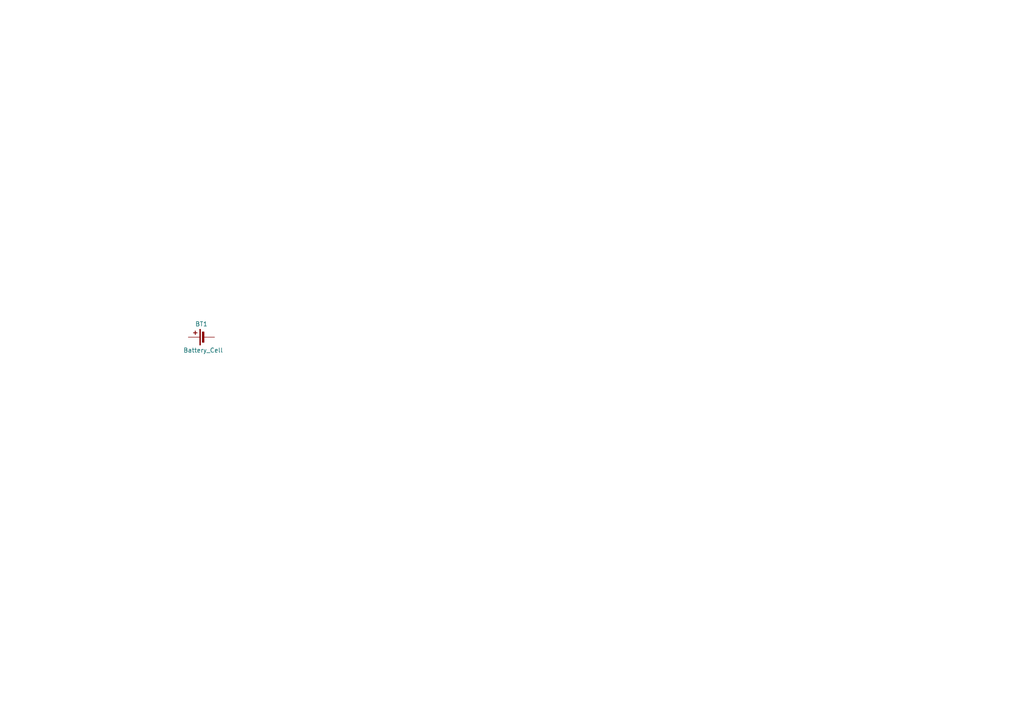
<source format=kicad_sch>
(kicad_sch (version 20250114) (generator "eeschema") (generator_version "9.0")
  (paper "A4")
  (lib_symbols
    (symbol "Device:Battery_Cell" (pin_numbers (hide yes)) (pin_names (offset 0) (hide yes))
      (property "Reference" "BT" (at 2.54 2.54 0))
      (property "Value" "Battery_Cell" (at 2.54 0 0))
      (symbol "Battery_Cell_0_1"
        (rectangle (start -2.286 1.778) (end 2.286 1.524) (fill (type outline)))
        (rectangle (start -1.524 1.016) (end 1.524 0.508) (fill (type outline)))
        (polyline (pts (xy 0 1.778) (xy 0 2.54)))
        (polyline (pts (xy 0 0.762) (xy 0 0)))
        (polyline (pts (xy 0.762 3.048) (xy 1.778 3.048)) (stroke (width 0.254)))
        (polyline (pts (xy 1.27 3.556) (xy 1.27 2.54)) (stroke (width 0.254)))
      )
      (symbol "Battery_Cell_1_1"
        (pin passive line (at 0 5.08 270) (length 2.54) (name "+") (number "1"))
        (pin passive line (at 0 -2.54 90) (length 2.54) (name "-") (number "2"))
      )
    )
  )
  (symbol (lib_id "Device:Battery_Cell") (at 59.69 97.79 90) (unit 1)
    (property "Reference" "BT1" (at 58.42 93.98 90))
    (property "Value" "Battery_Cell" (at 58.928 101.6 90))
    (property "Description" "Single-cell battery" (effects (hide yes)))
  )
)
</source>
